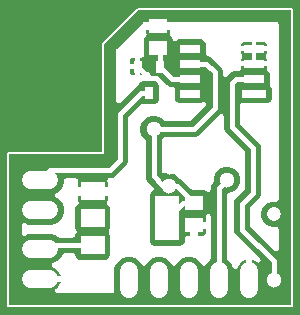
<source format=gbr>
G04 EAGLE Gerber RS-274X export*
G75*
%MOMM*%
%FSLAX34Y34*%
%LPD*%
%INBottom Copper*%
%IPNEG*%
%AMOC8*
5,1,8,0,0,1.08239X$1,22.5*%
G01*
%ADD10C,0.200000*%
%ADD11C,1.524000*%
%ADD12R,2.100000X0.635000*%
%ADD13R,1.700000X0.635000*%
%ADD14R,0.800000X1.000000*%
%ADD15R,1.500000X1.300000*%
%ADD16R,2.000000X1.500000*%
%ADD17R,2.000000X3.800000*%
%ADD18C,1.300000*%
%ADD19C,0.406400*%
%ADD20C,1.206400*%

G36*
X-198718Y11177D02*
X-198718Y11177D01*
X-198886Y11189D01*
X-198918Y11197D01*
X-198951Y11201D01*
X-199112Y11250D01*
X-199274Y11294D01*
X-199304Y11309D01*
X-199336Y11319D01*
X-199484Y11399D01*
X-199634Y11474D01*
X-199661Y11495D01*
X-199690Y11511D01*
X-199819Y11618D01*
X-199952Y11722D01*
X-199974Y11747D01*
X-199999Y11768D01*
X-200105Y11899D01*
X-200214Y12027D01*
X-200231Y12056D01*
X-200251Y12082D01*
X-200329Y12231D01*
X-200411Y12378D01*
X-200422Y12410D01*
X-200437Y12439D01*
X-200484Y12601D01*
X-200535Y12761D01*
X-200539Y12794D01*
X-200548Y12826D01*
X-200562Y12994D01*
X-200581Y13161D01*
X-200579Y13194D01*
X-200581Y13228D01*
X-200562Y13395D01*
X-200548Y13562D01*
X-200538Y13594D01*
X-200534Y13627D01*
X-200482Y13788D01*
X-200435Y13949D01*
X-200420Y13978D01*
X-200410Y14010D01*
X-200327Y14157D01*
X-200249Y14306D01*
X-200228Y14332D01*
X-200212Y14361D01*
X-200102Y14488D01*
X-199996Y14619D01*
X-199968Y14643D01*
X-199948Y14665D01*
X-199880Y14719D01*
X-199744Y14835D01*
X-198761Y15550D01*
X-197630Y16681D01*
X-196690Y17975D01*
X-195964Y19400D01*
X-195521Y20761D01*
X-212492Y20761D01*
X-212510Y20762D01*
X-212527Y20761D01*
X-212710Y20782D01*
X-212892Y20801D01*
X-212909Y20806D01*
X-212927Y20808D01*
X-213102Y20865D01*
X-213277Y20919D01*
X-213293Y20927D01*
X-213310Y20933D01*
X-213470Y21023D01*
X-213631Y21110D01*
X-213645Y21122D01*
X-213661Y21131D01*
X-213800Y21251D01*
X-213941Y21368D01*
X-213952Y21382D01*
X-213965Y21394D01*
X-214078Y21539D01*
X-214193Y21682D01*
X-214201Y21698D01*
X-214212Y21712D01*
X-214294Y21877D01*
X-214378Y22039D01*
X-214383Y22056D01*
X-214391Y22072D01*
X-214439Y22251D01*
X-214490Y22426D01*
X-214491Y22444D01*
X-214496Y22461D01*
X-214523Y22792D01*
X-214523Y23808D01*
X-214521Y23826D01*
X-214523Y23844D01*
X-214501Y24026D01*
X-214483Y24209D01*
X-214478Y24226D01*
X-214476Y24243D01*
X-214419Y24418D01*
X-214365Y24594D01*
X-214357Y24609D01*
X-214351Y24626D01*
X-214261Y24786D01*
X-214173Y24948D01*
X-214162Y24961D01*
X-214153Y24977D01*
X-214033Y25116D01*
X-213915Y25257D01*
X-213902Y25268D01*
X-213890Y25282D01*
X-213745Y25394D01*
X-213602Y25509D01*
X-213586Y25517D01*
X-213572Y25528D01*
X-213407Y25610D01*
X-213244Y25695D01*
X-213227Y25700D01*
X-213211Y25708D01*
X-213033Y25755D01*
X-212858Y25806D01*
X-212840Y25808D01*
X-212823Y25812D01*
X-212492Y25839D01*
X-195521Y25839D01*
X-195964Y27200D01*
X-196690Y28625D01*
X-197630Y29919D01*
X-198761Y31050D01*
X-200055Y31990D01*
X-201480Y32716D01*
X-202011Y32889D01*
X-202093Y32925D01*
X-202177Y32951D01*
X-202276Y33005D01*
X-202380Y33051D01*
X-202453Y33102D01*
X-202531Y33144D01*
X-202617Y33217D01*
X-202709Y33282D01*
X-202771Y33346D01*
X-202839Y33404D01*
X-202909Y33492D01*
X-202987Y33574D01*
X-203034Y33649D01*
X-203090Y33718D01*
X-203141Y33819D01*
X-203201Y33915D01*
X-203233Y33998D01*
X-203274Y34077D01*
X-203304Y34185D01*
X-203344Y34291D01*
X-203359Y34379D01*
X-203383Y34464D01*
X-203392Y34576D01*
X-203411Y34688D01*
X-203408Y34777D01*
X-203414Y34865D01*
X-203401Y34977D01*
X-203397Y35090D01*
X-203376Y35177D01*
X-203366Y35265D01*
X-203330Y35372D01*
X-203304Y35482D01*
X-203267Y35563D01*
X-203239Y35647D01*
X-203183Y35745D01*
X-203136Y35848D01*
X-203084Y35920D01*
X-203040Y35997D01*
X-202966Y36082D01*
X-202899Y36173D01*
X-202834Y36234D01*
X-202775Y36301D01*
X-202686Y36369D01*
X-202602Y36446D01*
X-202526Y36492D01*
X-202456Y36546D01*
X-202331Y36610D01*
X-202258Y36654D01*
X-202215Y36670D01*
X-202161Y36698D01*
X-198401Y38255D01*
X-194935Y41721D01*
X-194193Y43513D01*
X-194182Y43533D01*
X-194175Y43554D01*
X-194087Y43711D01*
X-194002Y43868D01*
X-193988Y43885D01*
X-193977Y43905D01*
X-193860Y44041D01*
X-193746Y44179D01*
X-193729Y44193D01*
X-193714Y44210D01*
X-193573Y44319D01*
X-193433Y44432D01*
X-193414Y44443D01*
X-193396Y44456D01*
X-193236Y44536D01*
X-193077Y44619D01*
X-193055Y44626D01*
X-193035Y44636D01*
X-192862Y44682D01*
X-192690Y44732D01*
X-192668Y44734D01*
X-192647Y44740D01*
X-192316Y44767D01*
X-185232Y44767D01*
X-185214Y44765D01*
X-185196Y44767D01*
X-185014Y44746D01*
X-184831Y44727D01*
X-184814Y44722D01*
X-184797Y44720D01*
X-184622Y44663D01*
X-184446Y44609D01*
X-184431Y44601D01*
X-184414Y44595D01*
X-184254Y44505D01*
X-184092Y44417D01*
X-184079Y44406D01*
X-184063Y44397D01*
X-183924Y44277D01*
X-183783Y44160D01*
X-183772Y44146D01*
X-183758Y44134D01*
X-183646Y43989D01*
X-183531Y43846D01*
X-183523Y43830D01*
X-183512Y43816D01*
X-183430Y43651D01*
X-183345Y43489D01*
X-183340Y43472D01*
X-183332Y43456D01*
X-183285Y43277D01*
X-183275Y43244D01*
X-182485Y41337D01*
X-181163Y40015D01*
X-179775Y39440D01*
X-179435Y39299D01*
X-157565Y39299D01*
X-155837Y40015D01*
X-154515Y41337D01*
X-153799Y43065D01*
X-153799Y59935D01*
X-154532Y61705D01*
X-154555Y61734D01*
X-154671Y61875D01*
X-154679Y61891D01*
X-154690Y61905D01*
X-154774Y62070D01*
X-154860Y62231D01*
X-154865Y62248D01*
X-154873Y62264D01*
X-154922Y62442D01*
X-154974Y62617D01*
X-154976Y62635D01*
X-154981Y62652D01*
X-154994Y62834D01*
X-155011Y63018D01*
X-155009Y63036D01*
X-155010Y63054D01*
X-154987Y63233D01*
X-154967Y63418D01*
X-154962Y63435D01*
X-154960Y63453D01*
X-154901Y63626D01*
X-154846Y63802D01*
X-154837Y63818D01*
X-154831Y63835D01*
X-154739Y63994D01*
X-154651Y64154D01*
X-154639Y64168D01*
X-154630Y64183D01*
X-154529Y64303D01*
X-153799Y66065D01*
X-153799Y82935D01*
X-154515Y84663D01*
X-156033Y86181D01*
X-156131Y86301D01*
X-156235Y86416D01*
X-156258Y86456D01*
X-156288Y86492D01*
X-156360Y86629D01*
X-156439Y86763D01*
X-156455Y86807D01*
X-156477Y86848D01*
X-156521Y86996D01*
X-156572Y87143D01*
X-156578Y87189D01*
X-156591Y87234D01*
X-156605Y87389D01*
X-156626Y87542D01*
X-156624Y87588D01*
X-156628Y87635D01*
X-156611Y87789D01*
X-156601Y87944D01*
X-156589Y87989D01*
X-156584Y88035D01*
X-156538Y88183D01*
X-156498Y88333D01*
X-156475Y88380D01*
X-156463Y88419D01*
X-156421Y88495D01*
X-156356Y88633D01*
X-156132Y89019D01*
X-155959Y89665D01*
X-155959Y93751D01*
X-166782Y93751D01*
X-166800Y93752D01*
X-166817Y93751D01*
X-167000Y93772D01*
X-167182Y93791D01*
X-167199Y93796D01*
X-167217Y93798D01*
X-167392Y93855D01*
X-167567Y93909D01*
X-167583Y93917D01*
X-167600Y93923D01*
X-167760Y94013D01*
X-167921Y94100D01*
X-167935Y94112D01*
X-167951Y94121D01*
X-168090Y94241D01*
X-168231Y94358D01*
X-168242Y94372D01*
X-168255Y94384D01*
X-168368Y94529D01*
X-168483Y94672D01*
X-168491Y94688D01*
X-168502Y94702D01*
X-168503Y94704D01*
X-168537Y94642D01*
X-168548Y94629D01*
X-168557Y94613D01*
X-168677Y94474D01*
X-168795Y94333D01*
X-168808Y94322D01*
X-168820Y94308D01*
X-168965Y94196D01*
X-169108Y94081D01*
X-169124Y94073D01*
X-169138Y94062D01*
X-169303Y93980D01*
X-169466Y93895D01*
X-169483Y93890D01*
X-169499Y93882D01*
X-169677Y93834D01*
X-169852Y93784D01*
X-169870Y93782D01*
X-169887Y93778D01*
X-170218Y93751D01*
X-181041Y93751D01*
X-181041Y89665D01*
X-180868Y89019D01*
X-180644Y88633D01*
X-180581Y88491D01*
X-180510Y88353D01*
X-180498Y88308D01*
X-180479Y88266D01*
X-180444Y88115D01*
X-180402Y87965D01*
X-180399Y87919D01*
X-180388Y87873D01*
X-180384Y87718D01*
X-180373Y87564D01*
X-180379Y87517D01*
X-180377Y87471D01*
X-180404Y87318D01*
X-180423Y87164D01*
X-180438Y87120D01*
X-180446Y87074D01*
X-180502Y86929D01*
X-180552Y86783D01*
X-180575Y86742D01*
X-180592Y86699D01*
X-180675Y86568D01*
X-180752Y86434D01*
X-180786Y86394D01*
X-180808Y86359D01*
X-180868Y86297D01*
X-180967Y86181D01*
X-182485Y84663D01*
X-183201Y82935D01*
X-183201Y66065D01*
X-182468Y64295D01*
X-182445Y64267D01*
X-182329Y64125D01*
X-182321Y64109D01*
X-182310Y64095D01*
X-182226Y63931D01*
X-182141Y63769D01*
X-182135Y63752D01*
X-182127Y63736D01*
X-182078Y63559D01*
X-182026Y63383D01*
X-182024Y63366D01*
X-182019Y63348D01*
X-182006Y63165D01*
X-181989Y62982D01*
X-181991Y62965D01*
X-181990Y62947D01*
X-182013Y62765D01*
X-182033Y62582D01*
X-182038Y62565D01*
X-182040Y62547D01*
X-182099Y62374D01*
X-182154Y62198D01*
X-182163Y62183D01*
X-182169Y62166D01*
X-182260Y62006D01*
X-182349Y61846D01*
X-182360Y61832D01*
X-182369Y61817D01*
X-182471Y61697D01*
X-183259Y59793D01*
X-183305Y59654D01*
X-183359Y59478D01*
X-183367Y59463D01*
X-183373Y59446D01*
X-183463Y59286D01*
X-183551Y59124D01*
X-183562Y59111D01*
X-183571Y59095D01*
X-183691Y58956D01*
X-183808Y58815D01*
X-183822Y58804D01*
X-183834Y58790D01*
X-183979Y58678D01*
X-184122Y58563D01*
X-184138Y58555D01*
X-184152Y58544D01*
X-184317Y58462D01*
X-184479Y58377D01*
X-184496Y58372D01*
X-184512Y58364D01*
X-184691Y58317D01*
X-184866Y58266D01*
X-184884Y58264D01*
X-184901Y58260D01*
X-185232Y58233D01*
X-196647Y58233D01*
X-196674Y58235D01*
X-196701Y58233D01*
X-196874Y58255D01*
X-197048Y58273D01*
X-197073Y58280D01*
X-197100Y58284D01*
X-197266Y58339D01*
X-197433Y58391D01*
X-197456Y58404D01*
X-197482Y58412D01*
X-197633Y58499D01*
X-197787Y58583D01*
X-197807Y58600D01*
X-197831Y58613D01*
X-198084Y58828D01*
X-198401Y59145D01*
X-200631Y60069D01*
X-202929Y61021D01*
X-223071Y61021D01*
X-226031Y59795D01*
X-226044Y59791D01*
X-226055Y59785D01*
X-226235Y59733D01*
X-226416Y59678D01*
X-226429Y59677D01*
X-226442Y59673D01*
X-226630Y59658D01*
X-226817Y59640D01*
X-226830Y59641D01*
X-226844Y59640D01*
X-227030Y59662D01*
X-227217Y59682D01*
X-227230Y59686D01*
X-227243Y59687D01*
X-227422Y59745D01*
X-227602Y59802D01*
X-227613Y59808D01*
X-227626Y59812D01*
X-227790Y59904D01*
X-227955Y59995D01*
X-227965Y60003D01*
X-227977Y60010D01*
X-228119Y60132D01*
X-228263Y60254D01*
X-228271Y60264D01*
X-228282Y60273D01*
X-228396Y60421D01*
X-228514Y60569D01*
X-228520Y60581D01*
X-228528Y60591D01*
X-228612Y60760D01*
X-228698Y60927D01*
X-228702Y60940D01*
X-228708Y60952D01*
X-228757Y61134D01*
X-228808Y61314D01*
X-228809Y61328D01*
X-228812Y61341D01*
X-228839Y61671D01*
X-228839Y68329D01*
X-228838Y68342D01*
X-228839Y68355D01*
X-228818Y68542D01*
X-228799Y68729D01*
X-228795Y68742D01*
X-228794Y68755D01*
X-228736Y68935D01*
X-228681Y69114D01*
X-228675Y69126D01*
X-228671Y69139D01*
X-228579Y69303D01*
X-228489Y69468D01*
X-228481Y69479D01*
X-228474Y69490D01*
X-228352Y69633D01*
X-228232Y69778D01*
X-228221Y69786D01*
X-228213Y69796D01*
X-228064Y69912D01*
X-227918Y70030D01*
X-227906Y70036D01*
X-227896Y70044D01*
X-227726Y70129D01*
X-227561Y70215D01*
X-227548Y70219D01*
X-227536Y70225D01*
X-227353Y70275D01*
X-227174Y70327D01*
X-227160Y70328D01*
X-227147Y70331D01*
X-226959Y70344D01*
X-226772Y70360D01*
X-226759Y70358D01*
X-226746Y70359D01*
X-226558Y70334D01*
X-226373Y70313D01*
X-226360Y70309D01*
X-226347Y70307D01*
X-226031Y70205D01*
X-223071Y68979D01*
X-202929Y68979D01*
X-198401Y70855D01*
X-194935Y74321D01*
X-193059Y78849D01*
X-193059Y83751D01*
X-194935Y88279D01*
X-198401Y91745D01*
X-199314Y92123D01*
X-199322Y92128D01*
X-199331Y92130D01*
X-199499Y92222D01*
X-199669Y92314D01*
X-199676Y92319D01*
X-199684Y92324D01*
X-199831Y92447D01*
X-199980Y92570D01*
X-199985Y92577D01*
X-199992Y92583D01*
X-200111Y92732D01*
X-200233Y92883D01*
X-200238Y92891D01*
X-200243Y92897D01*
X-200330Y93068D01*
X-200420Y93239D01*
X-200423Y93248D01*
X-200427Y93256D01*
X-200479Y93438D01*
X-200533Y93625D01*
X-200534Y93635D01*
X-200537Y93643D01*
X-200551Y93834D01*
X-200568Y94027D01*
X-200567Y94036D01*
X-200568Y94044D01*
X-200545Y94234D01*
X-200523Y94427D01*
X-200520Y94435D01*
X-200519Y94444D01*
X-200459Y94627D01*
X-200400Y94810D01*
X-200395Y94818D01*
X-200393Y94826D01*
X-200297Y94994D01*
X-200203Y95161D01*
X-200198Y95168D01*
X-200193Y95176D01*
X-200067Y95321D01*
X-199942Y95467D01*
X-199935Y95473D01*
X-199929Y95480D01*
X-199776Y95597D01*
X-199625Y95716D01*
X-199617Y95720D01*
X-199609Y95725D01*
X-199314Y95877D01*
X-198401Y96255D01*
X-194935Y99721D01*
X-193059Y104249D01*
X-193059Y106236D01*
X-193057Y106254D01*
X-193059Y106272D01*
X-193038Y106454D01*
X-193019Y106637D01*
X-193014Y106654D01*
X-193012Y106671D01*
X-192955Y106846D01*
X-192901Y107022D01*
X-192893Y107037D01*
X-192887Y107054D01*
X-192797Y107214D01*
X-192709Y107376D01*
X-192698Y107389D01*
X-192689Y107405D01*
X-192569Y107544D01*
X-192452Y107685D01*
X-192438Y107696D01*
X-192426Y107710D01*
X-192281Y107822D01*
X-192138Y107937D01*
X-192122Y107945D01*
X-192108Y107956D01*
X-191943Y108038D01*
X-191781Y108123D01*
X-191764Y108128D01*
X-191748Y108136D01*
X-191569Y108183D01*
X-191394Y108234D01*
X-191376Y108236D01*
X-191359Y108240D01*
X-191028Y108267D01*
X-182902Y108267D01*
X-182820Y108259D01*
X-182738Y108261D01*
X-182621Y108239D01*
X-182501Y108227D01*
X-182423Y108203D01*
X-182342Y108189D01*
X-182231Y108144D01*
X-182117Y108109D01*
X-182044Y108070D01*
X-181968Y108040D01*
X-181868Y107974D01*
X-181763Y107917D01*
X-181699Y107865D01*
X-181631Y107820D01*
X-181545Y107736D01*
X-181453Y107660D01*
X-181402Y107596D01*
X-181343Y107538D01*
X-181276Y107439D01*
X-181201Y107346D01*
X-181163Y107273D01*
X-181117Y107205D01*
X-181071Y107095D01*
X-181015Y106989D01*
X-180993Y106910D01*
X-180961Y106834D01*
X-180937Y106717D01*
X-180904Y106602D01*
X-180897Y106520D01*
X-180881Y106439D01*
X-180881Y106320D01*
X-180871Y106200D01*
X-180881Y106119D01*
X-180881Y106037D01*
X-180908Y105887D01*
X-180918Y105801D01*
X-180931Y105762D01*
X-180940Y105710D01*
X-181041Y105335D01*
X-181041Y101249D01*
X-170218Y101249D01*
X-170200Y101247D01*
X-170183Y101249D01*
X-170000Y101228D01*
X-169818Y101209D01*
X-169801Y101204D01*
X-169783Y101202D01*
X-169608Y101145D01*
X-169433Y101091D01*
X-169417Y101083D01*
X-169400Y101077D01*
X-169240Y100987D01*
X-169079Y100899D01*
X-169065Y100888D01*
X-169049Y100879D01*
X-168910Y100759D01*
X-168769Y100642D01*
X-168758Y100628D01*
X-168745Y100616D01*
X-168632Y100471D01*
X-168517Y100328D01*
X-168509Y100312D01*
X-168498Y100298D01*
X-168497Y100296D01*
X-168463Y100358D01*
X-168452Y100371D01*
X-168443Y100387D01*
X-168323Y100526D01*
X-168205Y100667D01*
X-168192Y100678D01*
X-168180Y100692D01*
X-168035Y100804D01*
X-167892Y100919D01*
X-167876Y100927D01*
X-167862Y100938D01*
X-167697Y101020D01*
X-167534Y101105D01*
X-167517Y101110D01*
X-167501Y101118D01*
X-167323Y101165D01*
X-167148Y101216D01*
X-167130Y101218D01*
X-167113Y101222D01*
X-166782Y101249D01*
X-155959Y101249D01*
X-155959Y105335D01*
X-156132Y105978D01*
X-156145Y106059D01*
X-156168Y106138D01*
X-156178Y106258D01*
X-156197Y106376D01*
X-156194Y106458D01*
X-156201Y106540D01*
X-156187Y106658D01*
X-156182Y106778D01*
X-156163Y106858D01*
X-156154Y106939D01*
X-156117Y107053D01*
X-156089Y107170D01*
X-156054Y107244D01*
X-156029Y107322D01*
X-155970Y107427D01*
X-155920Y107535D01*
X-155871Y107601D01*
X-155831Y107673D01*
X-155753Y107763D01*
X-155682Y107860D01*
X-155622Y107915D01*
X-155568Y107978D01*
X-155473Y108051D01*
X-155385Y108132D01*
X-155315Y108174D01*
X-155250Y108224D01*
X-155143Y108278D01*
X-155040Y108339D01*
X-154963Y108367D01*
X-154889Y108404D01*
X-154774Y108435D01*
X-154661Y108475D01*
X-154580Y108487D01*
X-154500Y108508D01*
X-154348Y108521D01*
X-154263Y108533D01*
X-154222Y108531D01*
X-154170Y108535D01*
X-152559Y108535D01*
X-150084Y109560D01*
X-139560Y120084D01*
X-138535Y122559D01*
X-138535Y159370D01*
X-138533Y159396D01*
X-138535Y159423D01*
X-138513Y159597D01*
X-138495Y159770D01*
X-138488Y159796D01*
X-138484Y159823D01*
X-138429Y159988D01*
X-138377Y160155D01*
X-138364Y160179D01*
X-138356Y160204D01*
X-138269Y160356D01*
X-138185Y160509D01*
X-138168Y160530D01*
X-138155Y160553D01*
X-137940Y160806D01*
X-127964Y170782D01*
X-127947Y170797D01*
X-127932Y170814D01*
X-127791Y170924D01*
X-127653Y171038D01*
X-127633Y171048D01*
X-127615Y171062D01*
X-127455Y171142D01*
X-127297Y171226D01*
X-127275Y171233D01*
X-127255Y171243D01*
X-127083Y171290D01*
X-126911Y171341D01*
X-126889Y171343D01*
X-126867Y171349D01*
X-126689Y171361D01*
X-126510Y171377D01*
X-126488Y171375D01*
X-126465Y171376D01*
X-126289Y171353D01*
X-126110Y171334D01*
X-126088Y171327D01*
X-126066Y171324D01*
X-125988Y171299D01*
X-116065Y171299D01*
X-114337Y172015D01*
X-113015Y173337D01*
X-112299Y175065D01*
X-112299Y186935D01*
X-113015Y188663D01*
X-114184Y189832D01*
X-114189Y189839D01*
X-114196Y189844D01*
X-114318Y189995D01*
X-114439Y190143D01*
X-114443Y190151D01*
X-114449Y190158D01*
X-114537Y190328D01*
X-114628Y190499D01*
X-114630Y190508D01*
X-114634Y190515D01*
X-114687Y190700D01*
X-114742Y190885D01*
X-114743Y190894D01*
X-114746Y190902D01*
X-114761Y191093D01*
X-114779Y191286D01*
X-114778Y191295D01*
X-114779Y191304D01*
X-114756Y191493D01*
X-114735Y191686D01*
X-114733Y191695D01*
X-114732Y191703D01*
X-114672Y191885D01*
X-114614Y192070D01*
X-114610Y192078D01*
X-114607Y192086D01*
X-114513Y192253D01*
X-114419Y192422D01*
X-114413Y192429D01*
X-114409Y192437D01*
X-114284Y192582D01*
X-114159Y192729D01*
X-114152Y192735D01*
X-114146Y192742D01*
X-113995Y192858D01*
X-113843Y192979D01*
X-113835Y192983D01*
X-113828Y192988D01*
X-113657Y193073D01*
X-113484Y193161D01*
X-113475Y193164D01*
X-113467Y193168D01*
X-113282Y193217D01*
X-113096Y193269D01*
X-113087Y193270D01*
X-113078Y193272D01*
X-112748Y193299D01*
X-112662Y193299D01*
X-112636Y193297D01*
X-112609Y193299D01*
X-112435Y193277D01*
X-112262Y193259D01*
X-112236Y193252D01*
X-112209Y193248D01*
X-112044Y193193D01*
X-111877Y193141D01*
X-111853Y193128D01*
X-111828Y193120D01*
X-111676Y193033D01*
X-111523Y192949D01*
X-111502Y192932D01*
X-111479Y192919D01*
X-111226Y192704D01*
X-105514Y186992D01*
X-103039Y185967D01*
X-101232Y185967D01*
X-101214Y185965D01*
X-101196Y185967D01*
X-101014Y185946D01*
X-100831Y185927D01*
X-100814Y185922D01*
X-100797Y185920D01*
X-100622Y185863D01*
X-100446Y185809D01*
X-100431Y185801D01*
X-100414Y185795D01*
X-100254Y185705D01*
X-100092Y185617D01*
X-100079Y185606D01*
X-100063Y185597D01*
X-99924Y185477D01*
X-99783Y185360D01*
X-99772Y185346D01*
X-99758Y185334D01*
X-99646Y185189D01*
X-99531Y185046D01*
X-99523Y185030D01*
X-99512Y185016D01*
X-99430Y184851D01*
X-99345Y184689D01*
X-99340Y184672D01*
X-99332Y184656D01*
X-99285Y184477D01*
X-99234Y184302D01*
X-99232Y184284D01*
X-99228Y184267D01*
X-99201Y183936D01*
X-99201Y175890D01*
X-98485Y174162D01*
X-97163Y172840D01*
X-95435Y172124D01*
X-76565Y172124D01*
X-75470Y172578D01*
X-75466Y172579D01*
X-75462Y172581D01*
X-75275Y172637D01*
X-75085Y172694D01*
X-75081Y172695D01*
X-75076Y172696D01*
X-74878Y172714D01*
X-74684Y172732D01*
X-74680Y172732D01*
X-74675Y172732D01*
X-74473Y172710D01*
X-74284Y172691D01*
X-74280Y172689D01*
X-74275Y172689D01*
X-74085Y172629D01*
X-73899Y172571D01*
X-73895Y172569D01*
X-73891Y172567D01*
X-73719Y172472D01*
X-73546Y172377D01*
X-73543Y172375D01*
X-73539Y172372D01*
X-73389Y172245D01*
X-73238Y172118D01*
X-73235Y172115D01*
X-73232Y172112D01*
X-73109Y171956D01*
X-72987Y171804D01*
X-72985Y171800D01*
X-72982Y171796D01*
X-72892Y171619D01*
X-72803Y171445D01*
X-72802Y171441D01*
X-72800Y171437D01*
X-72746Y171243D01*
X-72693Y171058D01*
X-72693Y171054D01*
X-72692Y171049D01*
X-72677Y170846D01*
X-72662Y170657D01*
X-72663Y170652D01*
X-72663Y170648D01*
X-72688Y170444D01*
X-72711Y170257D01*
X-72712Y170253D01*
X-72713Y170248D01*
X-72776Y170060D01*
X-72837Y169875D01*
X-72840Y169871D01*
X-72841Y169867D01*
X-72939Y169696D01*
X-73037Y169525D01*
X-73040Y169522D01*
X-73042Y169518D01*
X-73257Y169265D01*
X-85194Y157328D01*
X-85215Y157311D01*
X-85232Y157290D01*
X-85370Y157183D01*
X-85505Y157073D01*
X-85529Y157060D01*
X-85550Y157044D01*
X-85707Y156966D01*
X-85861Y156884D01*
X-85887Y156876D01*
X-85911Y156864D01*
X-86080Y156819D01*
X-86247Y156769D01*
X-86274Y156767D01*
X-86299Y156760D01*
X-86630Y156733D01*
X-107051Y156733D01*
X-107078Y156735D01*
X-107104Y156733D01*
X-107279Y156755D01*
X-107452Y156773D01*
X-107477Y156780D01*
X-107504Y156784D01*
X-107670Y156840D01*
X-107837Y156891D01*
X-107860Y156904D01*
X-107886Y156912D01*
X-108037Y156999D01*
X-108191Y157083D01*
X-108211Y157100D01*
X-108234Y157113D01*
X-108487Y157328D01*
X-110655Y159496D01*
X-110907Y159600D01*
X-110908Y159600D01*
X-114772Y161201D01*
X-119228Y161201D01*
X-123345Y159496D01*
X-126496Y156345D01*
X-128201Y152228D01*
X-128201Y147772D01*
X-126496Y143655D01*
X-124328Y141487D01*
X-124311Y141467D01*
X-124290Y141449D01*
X-124183Y141311D01*
X-124073Y141176D01*
X-124060Y141152D01*
X-124044Y141131D01*
X-123966Y140974D01*
X-123884Y140820D01*
X-123876Y140795D01*
X-123864Y140771D01*
X-123819Y140601D01*
X-123769Y140434D01*
X-123767Y140408D01*
X-123760Y140382D01*
X-123733Y140051D01*
X-123733Y108661D01*
X-122708Y106186D01*
X-117373Y100852D01*
X-117365Y100842D01*
X-117355Y100833D01*
X-117238Y100686D01*
X-117118Y100540D01*
X-117112Y100529D01*
X-117104Y100518D01*
X-117018Y100350D01*
X-116930Y100185D01*
X-116926Y100172D01*
X-116920Y100160D01*
X-116868Y99978D01*
X-116815Y99799D01*
X-116814Y99786D01*
X-116810Y99773D01*
X-116796Y99586D01*
X-116779Y99398D01*
X-116780Y99384D01*
X-116779Y99371D01*
X-116802Y99186D01*
X-116822Y98998D01*
X-116826Y98985D01*
X-116828Y98972D01*
X-116887Y98794D01*
X-116944Y98614D01*
X-116950Y98602D01*
X-116954Y98589D01*
X-117048Y98425D01*
X-117138Y98261D01*
X-117147Y98251D01*
X-117154Y98240D01*
X-117277Y98098D01*
X-117399Y97954D01*
X-117409Y97946D01*
X-117418Y97936D01*
X-117567Y97822D01*
X-117715Y97705D01*
X-117727Y97699D01*
X-117737Y97691D01*
X-118033Y97539D01*
X-118163Y97485D01*
X-119485Y96163D01*
X-120201Y94435D01*
X-120201Y54565D01*
X-119485Y52837D01*
X-118163Y51515D01*
X-116435Y50799D01*
X-94565Y50799D01*
X-92837Y51515D01*
X-91515Y52837D01*
X-90799Y54565D01*
X-90799Y57428D01*
X-90797Y57446D01*
X-90799Y57464D01*
X-90778Y57646D01*
X-90759Y57829D01*
X-90754Y57846D01*
X-90752Y57863D01*
X-90695Y58038D01*
X-90641Y58214D01*
X-90633Y58229D01*
X-90627Y58246D01*
X-90537Y58406D01*
X-90449Y58568D01*
X-90438Y58581D01*
X-90429Y58597D01*
X-90309Y58736D01*
X-90192Y58877D01*
X-90178Y58888D01*
X-90166Y58902D01*
X-90021Y59014D01*
X-89878Y59129D01*
X-89862Y59137D01*
X-89848Y59148D01*
X-89683Y59230D01*
X-89521Y59315D01*
X-89504Y59320D01*
X-89488Y59328D01*
X-89309Y59375D01*
X-89134Y59426D01*
X-89116Y59428D01*
X-89099Y59432D01*
X-88768Y59459D01*
X-86249Y59459D01*
X-86249Y67282D01*
X-86247Y67300D01*
X-86249Y67317D01*
X-86228Y67500D01*
X-86209Y67682D01*
X-86204Y67699D01*
X-86202Y67717D01*
X-86145Y67892D01*
X-86091Y68067D01*
X-86083Y68083D01*
X-86077Y68100D01*
X-85987Y68260D01*
X-85899Y68421D01*
X-85888Y68435D01*
X-85879Y68451D01*
X-85759Y68590D01*
X-85642Y68731D01*
X-85628Y68742D01*
X-85616Y68755D01*
X-85471Y68868D01*
X-85328Y68983D01*
X-85312Y68991D01*
X-85298Y69002D01*
X-85133Y69084D01*
X-84971Y69168D01*
X-84954Y69173D01*
X-84938Y69181D01*
X-84759Y69229D01*
X-84584Y69280D01*
X-84566Y69281D01*
X-84549Y69286D01*
X-84218Y69313D01*
X-83813Y69313D01*
X-83813Y69718D01*
X-83811Y69736D01*
X-83813Y69754D01*
X-83791Y69936D01*
X-83773Y70119D01*
X-83768Y70136D01*
X-83766Y70153D01*
X-83709Y70328D01*
X-83655Y70504D01*
X-83647Y70519D01*
X-83641Y70536D01*
X-83551Y70696D01*
X-83463Y70858D01*
X-83452Y70871D01*
X-83443Y70887D01*
X-83323Y71026D01*
X-83205Y71167D01*
X-83192Y71178D01*
X-83180Y71192D01*
X-83035Y71304D01*
X-82892Y71419D01*
X-82876Y71427D01*
X-82862Y71438D01*
X-82697Y71520D01*
X-82534Y71605D01*
X-82517Y71610D01*
X-82501Y71618D01*
X-82323Y71665D01*
X-82148Y71716D01*
X-82130Y71718D01*
X-82113Y71722D01*
X-81782Y71749D01*
X-72959Y71749D01*
X-72959Y75335D01*
X-72985Y75431D01*
X-73000Y75520D01*
X-73024Y75608D01*
X-73032Y75719D01*
X-73050Y75828D01*
X-73047Y75919D01*
X-73054Y76010D01*
X-73040Y76120D01*
X-73036Y76230D01*
X-73015Y76319D01*
X-73003Y76409D01*
X-72968Y76514D01*
X-72942Y76622D01*
X-72904Y76705D01*
X-72875Y76791D01*
X-72820Y76887D01*
X-72773Y76987D01*
X-72719Y77061D01*
X-72674Y77140D01*
X-72585Y77245D01*
X-72536Y77312D01*
X-72500Y77345D01*
X-72459Y77393D01*
X-72200Y77652D01*
X-72193Y77658D01*
X-72188Y77664D01*
X-72038Y77785D01*
X-71889Y77907D01*
X-71881Y77911D01*
X-71874Y77917D01*
X-71703Y78006D01*
X-71533Y78096D01*
X-71525Y78098D01*
X-71517Y78102D01*
X-71331Y78156D01*
X-71147Y78210D01*
X-71138Y78211D01*
X-71130Y78214D01*
X-70938Y78229D01*
X-70746Y78247D01*
X-70737Y78246D01*
X-70728Y78247D01*
X-70539Y78224D01*
X-70346Y78203D01*
X-70337Y78201D01*
X-70329Y78200D01*
X-70147Y78140D01*
X-69962Y78082D01*
X-69954Y78078D01*
X-69946Y78075D01*
X-69777Y77980D01*
X-69610Y77887D01*
X-69603Y77881D01*
X-69595Y77877D01*
X-69449Y77751D01*
X-69303Y77627D01*
X-69297Y77620D01*
X-69290Y77614D01*
X-69172Y77461D01*
X-69053Y77311D01*
X-69049Y77303D01*
X-69044Y77296D01*
X-68958Y77123D01*
X-68871Y76952D01*
X-68868Y76943D01*
X-68864Y76935D01*
X-68814Y76749D01*
X-68763Y76564D01*
X-68762Y76555D01*
X-68760Y76546D01*
X-68733Y76216D01*
X-68733Y40753D01*
X-68735Y40726D01*
X-68733Y40699D01*
X-68755Y40526D01*
X-68773Y40352D01*
X-68780Y40327D01*
X-68784Y40300D01*
X-68839Y40134D01*
X-68891Y39967D01*
X-68904Y39944D01*
X-68912Y39918D01*
X-68999Y39767D01*
X-69083Y39613D01*
X-69100Y39593D01*
X-69113Y39569D01*
X-69328Y39316D01*
X-72045Y36599D01*
X-72423Y35686D01*
X-72428Y35678D01*
X-72430Y35669D01*
X-72524Y35498D01*
X-72614Y35331D01*
X-72619Y35324D01*
X-72624Y35316D01*
X-72748Y35168D01*
X-72870Y35020D01*
X-72877Y35015D01*
X-72883Y35008D01*
X-73033Y34888D01*
X-73183Y34767D01*
X-73191Y34763D01*
X-73198Y34757D01*
X-73370Y34669D01*
X-73539Y34580D01*
X-73548Y34577D01*
X-73556Y34573D01*
X-73742Y34520D01*
X-73926Y34467D01*
X-73934Y34466D01*
X-73943Y34463D01*
X-74136Y34448D01*
X-74327Y34432D01*
X-74336Y34433D01*
X-74344Y34432D01*
X-74536Y34456D01*
X-74727Y34477D01*
X-74735Y34480D01*
X-74744Y34481D01*
X-74927Y34542D01*
X-75110Y34600D01*
X-75118Y34605D01*
X-75126Y34607D01*
X-75293Y34702D01*
X-75462Y34797D01*
X-75468Y34802D01*
X-75476Y34807D01*
X-75621Y34933D01*
X-75767Y35058D01*
X-75773Y35065D01*
X-75780Y35071D01*
X-75897Y35224D01*
X-76016Y35375D01*
X-76020Y35383D01*
X-76025Y35391D01*
X-76177Y35686D01*
X-76555Y36599D01*
X-80021Y40065D01*
X-84549Y41941D01*
X-89451Y41941D01*
X-93979Y40065D01*
X-97445Y36599D01*
X-97823Y35686D01*
X-97828Y35678D01*
X-97830Y35669D01*
X-97924Y35498D01*
X-98014Y35331D01*
X-98019Y35324D01*
X-98024Y35316D01*
X-98148Y35168D01*
X-98270Y35020D01*
X-98277Y35015D01*
X-98283Y35008D01*
X-98433Y34888D01*
X-98583Y34767D01*
X-98591Y34763D01*
X-98598Y34757D01*
X-98770Y34669D01*
X-98939Y34580D01*
X-98948Y34577D01*
X-98956Y34573D01*
X-99142Y34520D01*
X-99326Y34467D01*
X-99334Y34466D01*
X-99343Y34463D01*
X-99536Y34448D01*
X-99727Y34432D01*
X-99736Y34433D01*
X-99744Y34432D01*
X-99936Y34456D01*
X-100127Y34477D01*
X-100135Y34480D01*
X-100144Y34481D01*
X-100327Y34542D01*
X-100510Y34600D01*
X-100518Y34605D01*
X-100526Y34607D01*
X-100693Y34702D01*
X-100862Y34797D01*
X-100868Y34802D01*
X-100876Y34807D01*
X-101021Y34933D01*
X-101167Y35058D01*
X-101173Y35065D01*
X-101180Y35071D01*
X-101297Y35224D01*
X-101416Y35375D01*
X-101420Y35383D01*
X-101425Y35391D01*
X-101577Y35686D01*
X-101955Y36599D01*
X-105421Y40065D01*
X-109949Y41941D01*
X-114851Y41941D01*
X-119379Y40065D01*
X-122845Y36599D01*
X-123223Y35686D01*
X-123228Y35678D01*
X-123230Y35669D01*
X-123324Y35498D01*
X-123414Y35331D01*
X-123419Y35324D01*
X-123424Y35316D01*
X-123548Y35168D01*
X-123670Y35020D01*
X-123677Y35015D01*
X-123683Y35008D01*
X-123833Y34888D01*
X-123983Y34767D01*
X-123991Y34763D01*
X-123998Y34757D01*
X-124170Y34669D01*
X-124339Y34580D01*
X-124348Y34577D01*
X-124356Y34573D01*
X-124542Y34520D01*
X-124726Y34467D01*
X-124734Y34466D01*
X-124743Y34463D01*
X-124936Y34448D01*
X-125127Y34432D01*
X-125136Y34433D01*
X-125144Y34432D01*
X-125336Y34456D01*
X-125527Y34477D01*
X-125535Y34480D01*
X-125544Y34481D01*
X-125727Y34542D01*
X-125910Y34600D01*
X-125918Y34605D01*
X-125926Y34607D01*
X-126093Y34702D01*
X-126262Y34797D01*
X-126268Y34802D01*
X-126276Y34807D01*
X-126421Y34933D01*
X-126567Y35058D01*
X-126573Y35065D01*
X-126580Y35071D01*
X-126697Y35224D01*
X-126816Y35375D01*
X-126820Y35383D01*
X-126825Y35391D01*
X-126977Y35686D01*
X-127355Y36599D01*
X-130821Y40065D01*
X-135349Y41941D01*
X-140251Y41941D01*
X-144779Y40065D01*
X-148245Y36599D01*
X-150121Y32071D01*
X-150121Y13192D01*
X-150123Y13174D01*
X-150121Y13156D01*
X-150142Y12974D01*
X-150161Y12791D01*
X-150166Y12774D01*
X-150168Y12757D01*
X-150225Y12582D01*
X-150279Y12406D01*
X-150287Y12391D01*
X-150293Y12374D01*
X-150383Y12214D01*
X-150471Y12052D01*
X-150482Y12039D01*
X-150491Y12023D01*
X-150611Y11884D01*
X-150728Y11743D01*
X-150742Y11732D01*
X-150754Y11718D01*
X-150899Y11606D01*
X-151042Y11491D01*
X-151058Y11483D01*
X-151072Y11472D01*
X-151237Y11390D01*
X-151399Y11305D01*
X-151416Y11300D01*
X-151432Y11292D01*
X-151611Y11245D01*
X-151786Y11194D01*
X-151804Y11192D01*
X-151821Y11188D01*
X-152152Y11161D01*
X-198550Y11161D01*
X-198718Y11177D01*
G37*
G36*
X-13236Y46556D02*
X-13236Y46556D01*
X-13245Y46556D01*
X-13438Y46580D01*
X-13627Y46602D01*
X-13636Y46605D01*
X-13645Y46606D01*
X-13828Y46667D01*
X-14010Y46727D01*
X-14018Y46731D01*
X-14026Y46734D01*
X-14193Y46830D01*
X-14361Y46925D01*
X-14368Y46931D01*
X-14375Y46935D01*
X-14628Y47150D01*
X-34672Y67194D01*
X-34689Y67215D01*
X-34710Y67232D01*
X-34817Y67370D01*
X-34927Y67505D01*
X-34940Y67529D01*
X-34956Y67550D01*
X-35034Y67707D01*
X-35116Y67861D01*
X-35124Y67887D01*
X-35136Y67911D01*
X-35181Y68080D01*
X-35231Y68247D01*
X-35233Y68274D01*
X-35240Y68299D01*
X-35267Y68630D01*
X-35267Y83370D01*
X-35265Y83396D01*
X-35267Y83423D01*
X-35245Y83597D01*
X-35227Y83770D01*
X-35220Y83796D01*
X-35216Y83823D01*
X-35161Y83988D01*
X-35109Y84155D01*
X-35096Y84179D01*
X-35088Y84204D01*
X-35001Y84356D01*
X-34917Y84509D01*
X-34900Y84530D01*
X-34887Y84553D01*
X-34672Y84806D01*
X-27292Y92186D01*
X-26267Y94661D01*
X-26267Y135339D01*
X-27292Y137814D01*
X-43672Y154194D01*
X-43689Y154215D01*
X-43710Y154232D01*
X-43817Y154370D01*
X-43927Y154505D01*
X-43940Y154529D01*
X-43956Y154550D01*
X-44034Y154707D01*
X-44116Y154861D01*
X-44124Y154887D01*
X-44136Y154911D01*
X-44181Y155080D01*
X-44231Y155247D01*
X-44233Y155274D01*
X-44240Y155299D01*
X-44267Y155630D01*
X-44267Y170093D01*
X-44265Y170111D01*
X-44267Y170129D01*
X-44246Y170311D01*
X-44227Y170494D01*
X-44222Y170511D01*
X-44220Y170528D01*
X-44163Y170703D01*
X-44109Y170879D01*
X-44101Y170894D01*
X-44095Y170911D01*
X-44005Y171071D01*
X-43917Y171233D01*
X-43906Y171246D01*
X-43897Y171262D01*
X-43777Y171401D01*
X-43660Y171542D01*
X-43646Y171553D01*
X-43634Y171567D01*
X-43489Y171679D01*
X-43346Y171794D01*
X-43330Y171802D01*
X-43316Y171813D01*
X-43151Y171895D01*
X-42989Y171980D01*
X-42972Y171985D01*
X-42956Y171993D01*
X-42777Y172040D01*
X-42602Y172091D01*
X-42584Y172093D01*
X-42567Y172097D01*
X-42236Y172124D01*
X-20565Y172124D01*
X-18837Y172840D01*
X-17515Y174162D01*
X-16799Y175890D01*
X-16799Y184110D01*
X-17515Y185838D01*
X-18269Y186592D01*
X-18284Y186610D01*
X-18301Y186624D01*
X-18411Y186765D01*
X-18525Y186904D01*
X-18535Y186924D01*
X-18549Y186941D01*
X-18629Y187101D01*
X-18713Y187260D01*
X-18720Y187281D01*
X-18730Y187301D01*
X-18777Y187474D01*
X-18828Y187645D01*
X-18830Y187668D01*
X-18836Y187689D01*
X-18848Y187867D01*
X-18864Y188046D01*
X-18862Y188069D01*
X-18863Y188091D01*
X-18840Y188268D01*
X-18821Y188447D01*
X-18814Y188468D01*
X-18811Y188490D01*
X-18799Y188528D01*
X-18799Y196810D01*
X-19515Y198538D01*
X-20533Y199556D01*
X-20591Y199627D01*
X-20656Y199690D01*
X-20718Y199782D01*
X-20788Y199868D01*
X-20831Y199948D01*
X-20882Y200023D01*
X-20925Y200125D01*
X-20977Y200223D01*
X-21003Y200311D01*
X-21038Y200395D01*
X-21060Y200503D01*
X-21092Y200609D01*
X-21100Y200700D01*
X-21118Y200789D01*
X-21118Y200900D01*
X-21128Y201010D01*
X-21118Y201101D01*
X-21118Y201192D01*
X-21094Y201327D01*
X-21085Y201410D01*
X-21070Y201456D01*
X-21059Y201518D01*
X-20959Y201891D01*
X-20959Y203369D01*
X-32000Y203369D01*
X-43041Y203369D01*
X-43041Y201863D01*
X-43031Y201830D01*
X-43021Y201710D01*
X-43002Y201593D01*
X-43005Y201511D01*
X-42998Y201428D01*
X-43012Y201310D01*
X-43017Y201190D01*
X-43036Y201110D01*
X-43045Y201029D01*
X-43082Y200915D01*
X-43110Y200799D01*
X-43145Y200724D01*
X-43170Y200646D01*
X-43229Y200542D01*
X-43279Y200433D01*
X-43328Y200367D01*
X-43368Y200295D01*
X-43446Y200205D01*
X-43517Y200108D01*
X-43577Y200053D01*
X-43631Y199990D01*
X-43725Y199917D01*
X-43814Y199837D01*
X-43884Y199794D01*
X-43949Y199744D01*
X-44056Y199691D01*
X-44159Y199629D01*
X-44236Y199601D01*
X-44310Y199564D01*
X-44425Y199533D01*
X-44538Y199493D01*
X-44619Y199481D01*
X-44699Y199460D01*
X-44851Y199447D01*
X-44936Y199435D01*
X-44977Y199437D01*
X-45029Y199433D01*
X-48639Y199433D01*
X-51114Y198408D01*
X-54800Y194722D01*
X-54807Y194716D01*
X-54812Y194709D01*
X-54962Y194589D01*
X-55111Y194467D01*
X-55119Y194463D01*
X-55126Y194457D01*
X-55296Y194368D01*
X-55467Y194278D01*
X-55476Y194276D01*
X-55483Y194271D01*
X-55669Y194218D01*
X-55853Y194163D01*
X-55862Y194162D01*
X-55870Y194160D01*
X-56061Y194144D01*
X-56254Y194127D01*
X-56263Y194128D01*
X-56272Y194127D01*
X-56461Y194149D01*
X-56654Y194170D01*
X-56663Y194173D01*
X-56671Y194174D01*
X-56853Y194233D01*
X-57038Y194292D01*
X-57046Y194296D01*
X-57054Y194299D01*
X-57223Y194394D01*
X-57390Y194487D01*
X-57397Y194492D01*
X-57405Y194497D01*
X-57551Y194623D01*
X-57697Y194747D01*
X-57703Y194754D01*
X-57710Y194760D01*
X-57827Y194911D01*
X-57947Y195063D01*
X-57951Y195071D01*
X-57956Y195078D01*
X-58042Y195250D01*
X-58129Y195422D01*
X-58132Y195431D01*
X-58136Y195439D01*
X-58185Y195623D01*
X-58237Y195810D01*
X-58238Y195819D01*
X-58240Y195827D01*
X-58267Y196158D01*
X-58267Y199339D01*
X-59292Y201814D01*
X-68586Y211108D01*
X-71153Y212171D01*
X-71169Y212173D01*
X-71186Y212178D01*
X-71203Y212180D01*
X-71378Y212237D01*
X-71554Y212291D01*
X-71569Y212299D01*
X-71586Y212305D01*
X-71746Y212395D01*
X-71908Y212483D01*
X-71921Y212494D01*
X-71937Y212503D01*
X-72076Y212623D01*
X-72217Y212740D01*
X-72228Y212754D01*
X-72242Y212766D01*
X-72354Y212911D01*
X-72469Y213054D01*
X-72477Y213070D01*
X-72488Y213084D01*
X-72570Y213249D01*
X-72655Y213411D01*
X-72660Y213428D01*
X-72668Y213444D01*
X-72715Y213623D01*
X-72766Y213798D01*
X-72768Y213816D01*
X-72772Y213833D01*
X-72799Y214164D01*
X-72799Y222210D01*
X-73515Y223938D01*
X-74837Y225260D01*
X-76565Y225976D01*
X-95435Y225976D01*
X-97163Y225260D01*
X-97387Y225036D01*
X-97397Y225027D01*
X-97406Y225017D01*
X-97416Y225009D01*
X-97424Y225000D01*
X-97558Y224896D01*
X-97698Y224781D01*
X-97710Y224775D01*
X-97721Y224766D01*
X-97733Y224760D01*
X-97742Y224753D01*
X-97883Y224683D01*
X-97888Y224680D01*
X-98054Y224592D01*
X-98067Y224588D01*
X-98079Y224582D01*
X-98094Y224578D01*
X-98103Y224574D01*
X-98237Y224538D01*
X-98259Y224531D01*
X-98440Y224477D01*
X-98453Y224476D01*
X-98466Y224473D01*
X-98483Y224471D01*
X-98492Y224469D01*
X-98822Y224442D01*
X-98824Y224442D01*
X-98827Y224442D01*
X-98841Y224441D01*
X-98854Y224443D01*
X-98868Y224442D01*
X-99052Y224464D01*
X-99139Y224473D01*
X-99224Y224482D01*
X-99228Y224483D01*
X-99241Y224484D01*
X-99254Y224489D01*
X-99267Y224490D01*
X-99445Y224549D01*
X-99513Y224571D01*
X-99609Y224600D01*
X-99613Y224602D01*
X-99625Y224606D01*
X-99637Y224613D01*
X-99650Y224617D01*
X-99814Y224710D01*
X-99859Y224735D01*
X-99963Y224792D01*
X-99967Y224795D01*
X-99977Y224801D01*
X-99988Y224809D01*
X-99999Y224816D01*
X-100142Y224940D01*
X-100167Y224962D01*
X-100272Y225050D01*
X-100276Y225054D01*
X-100284Y225061D01*
X-100293Y225072D01*
X-100303Y225081D01*
X-100417Y225229D01*
X-100425Y225239D01*
X-100525Y225363D01*
X-100528Y225370D01*
X-100534Y225377D01*
X-100540Y225389D01*
X-100548Y225400D01*
X-100700Y225695D01*
X-101515Y227663D01*
X-102459Y228607D01*
X-102517Y228678D01*
X-102582Y228741D01*
X-102644Y228833D01*
X-102714Y228919D01*
X-102757Y228999D01*
X-102808Y229074D01*
X-102851Y229177D01*
X-102903Y229274D01*
X-102929Y229362D01*
X-102964Y229446D01*
X-102986Y229554D01*
X-103018Y229660D01*
X-103026Y229751D01*
X-103044Y229840D01*
X-103044Y229951D01*
X-103054Y230061D01*
X-103044Y230152D01*
X-103044Y230243D01*
X-103020Y230378D01*
X-103011Y230462D01*
X-102996Y230507D01*
X-102985Y230569D01*
X-102959Y230665D01*
X-102959Y234251D01*
X-111782Y234251D01*
X-111800Y234252D01*
X-111817Y234251D01*
X-112000Y234272D01*
X-112182Y234291D01*
X-112199Y234296D01*
X-112217Y234298D01*
X-112392Y234355D01*
X-112567Y234409D01*
X-112583Y234417D01*
X-112600Y234423D01*
X-112760Y234513D01*
X-112921Y234600D01*
X-112935Y234612D01*
X-112951Y234621D01*
X-113003Y234666D01*
X-113108Y234581D01*
X-113124Y234573D01*
X-113138Y234562D01*
X-113303Y234480D01*
X-113466Y234395D01*
X-113483Y234390D01*
X-113499Y234382D01*
X-113677Y234334D01*
X-113852Y234284D01*
X-113870Y234282D01*
X-113887Y234278D01*
X-114218Y234251D01*
X-123041Y234251D01*
X-123041Y230665D01*
X-123015Y230569D01*
X-123000Y230479D01*
X-122976Y230392D01*
X-122968Y230281D01*
X-122950Y230172D01*
X-122953Y230081D01*
X-122946Y229990D01*
X-122960Y229880D01*
X-122964Y229770D01*
X-122985Y229681D01*
X-122997Y229591D01*
X-123032Y229486D01*
X-123058Y229378D01*
X-123096Y229295D01*
X-123125Y229209D01*
X-123180Y229113D01*
X-123227Y229013D01*
X-123281Y228939D01*
X-123326Y228860D01*
X-123415Y228755D01*
X-123464Y228688D01*
X-123500Y228655D01*
X-123541Y228607D01*
X-124485Y227663D01*
X-125201Y225935D01*
X-125201Y212572D01*
X-125203Y212554D01*
X-125201Y212536D01*
X-125222Y212354D01*
X-125241Y212171D01*
X-125246Y212154D01*
X-125248Y212137D01*
X-125305Y211962D01*
X-125359Y211786D01*
X-125367Y211771D01*
X-125373Y211754D01*
X-125463Y211594D01*
X-125551Y211432D01*
X-125562Y211419D01*
X-125571Y211403D01*
X-125691Y211263D01*
X-125808Y211123D01*
X-125822Y211112D01*
X-125834Y211098D01*
X-125979Y210986D01*
X-126122Y210871D01*
X-126138Y210863D01*
X-126152Y210852D01*
X-126317Y210770D01*
X-126479Y210685D01*
X-126496Y210680D01*
X-126512Y210672D01*
X-126691Y210625D01*
X-126866Y210574D01*
X-126884Y210572D01*
X-126901Y210568D01*
X-127232Y210541D01*
X-128469Y210541D01*
X-128469Y203000D01*
X-128469Y195459D01*
X-126165Y195459D01*
X-125519Y195632D01*
X-124940Y195967D01*
X-124467Y196440D01*
X-124132Y197019D01*
X-124129Y197031D01*
X-124079Y197163D01*
X-124037Y197299D01*
X-124008Y197351D01*
X-123987Y197407D01*
X-123912Y197527D01*
X-123844Y197652D01*
X-123805Y197698D01*
X-123773Y197748D01*
X-123676Y197851D01*
X-123585Y197960D01*
X-123538Y197997D01*
X-123497Y198041D01*
X-123381Y198122D01*
X-123270Y198211D01*
X-123216Y198238D01*
X-123167Y198273D01*
X-123038Y198330D01*
X-122912Y198395D01*
X-122854Y198411D01*
X-122799Y198435D01*
X-122661Y198466D01*
X-122524Y198505D01*
X-122465Y198509D01*
X-122406Y198522D01*
X-122264Y198525D01*
X-122123Y198536D01*
X-122063Y198528D01*
X-122003Y198530D01*
X-121864Y198504D01*
X-121723Y198487D01*
X-121666Y198468D01*
X-121607Y198457D01*
X-121475Y198405D01*
X-121341Y198360D01*
X-121289Y198331D01*
X-121233Y198309D01*
X-121114Y198231D01*
X-120991Y198161D01*
X-120946Y198122D01*
X-120896Y198089D01*
X-120794Y197989D01*
X-120688Y197897D01*
X-120651Y197849D01*
X-120608Y197807D01*
X-120529Y197690D01*
X-120442Y197577D01*
X-120411Y197516D01*
X-120382Y197474D01*
X-120350Y197398D01*
X-120291Y197282D01*
X-119485Y195337D01*
X-118316Y194168D01*
X-118311Y194161D01*
X-118304Y194156D01*
X-118182Y194005D01*
X-118061Y193857D01*
X-118057Y193849D01*
X-118051Y193842D01*
X-117963Y193672D01*
X-117872Y193501D01*
X-117870Y193492D01*
X-117866Y193485D01*
X-117812Y193299D01*
X-117758Y193115D01*
X-117757Y193106D01*
X-117754Y193098D01*
X-117739Y192905D01*
X-117721Y192714D01*
X-117722Y192705D01*
X-117721Y192696D01*
X-117744Y192507D01*
X-117765Y192314D01*
X-117767Y192305D01*
X-117768Y192297D01*
X-117828Y192115D01*
X-117886Y191930D01*
X-117890Y191922D01*
X-117893Y191914D01*
X-117988Y191747D01*
X-118081Y191578D01*
X-118087Y191571D01*
X-118091Y191563D01*
X-118216Y191418D01*
X-118341Y191271D01*
X-118348Y191265D01*
X-118354Y191258D01*
X-118505Y191142D01*
X-118657Y191021D01*
X-118665Y191017D01*
X-118672Y191012D01*
X-118843Y190927D01*
X-119016Y190839D01*
X-119025Y190836D01*
X-119033Y190832D01*
X-119218Y190783D01*
X-119404Y190731D01*
X-119413Y190730D01*
X-119422Y190728D01*
X-119752Y190701D01*
X-125935Y190701D01*
X-127663Y189985D01*
X-128985Y188663D01*
X-129206Y188129D01*
X-129219Y188105D01*
X-129227Y188080D01*
X-129314Y187928D01*
X-129397Y187774D01*
X-129414Y187753D01*
X-129427Y187730D01*
X-129542Y187598D01*
X-129653Y187463D01*
X-129674Y187446D01*
X-129691Y187426D01*
X-129830Y187320D01*
X-129966Y187210D01*
X-129989Y187197D01*
X-130011Y187181D01*
X-130306Y187029D01*
X-131082Y186708D01*
X-145372Y172418D01*
X-145379Y172412D01*
X-145384Y172405D01*
X-145534Y172285D01*
X-145683Y172163D01*
X-145691Y172159D01*
X-145698Y172153D01*
X-145868Y172064D01*
X-146039Y171974D01*
X-146048Y171972D01*
X-146055Y171967D01*
X-146240Y171914D01*
X-146425Y171859D01*
X-146434Y171858D01*
X-146442Y171856D01*
X-146634Y171840D01*
X-146826Y171823D01*
X-146835Y171824D01*
X-146844Y171823D01*
X-147033Y171845D01*
X-147226Y171866D01*
X-147235Y171869D01*
X-147243Y171870D01*
X-147425Y171929D01*
X-147610Y171988D01*
X-147618Y171992D01*
X-147626Y171995D01*
X-147795Y172090D01*
X-147962Y172183D01*
X-147969Y172188D01*
X-147977Y172193D01*
X-148123Y172319D01*
X-148269Y172443D01*
X-148275Y172450D01*
X-148282Y172456D01*
X-148399Y172607D01*
X-148519Y172759D01*
X-148523Y172767D01*
X-148528Y172774D01*
X-148614Y172946D01*
X-148701Y173118D01*
X-148704Y173127D01*
X-148708Y173135D01*
X-148758Y173321D01*
X-148809Y173506D01*
X-148810Y173515D01*
X-148812Y173523D01*
X-148839Y173854D01*
X-148839Y216536D01*
X-148837Y216562D01*
X-148839Y216589D01*
X-148817Y216763D01*
X-148799Y216936D01*
X-148792Y216962D01*
X-148788Y216988D01*
X-148733Y217154D01*
X-148681Y217321D01*
X-148668Y217345D01*
X-148660Y217370D01*
X-148573Y217522D01*
X-148489Y217675D01*
X-148472Y217696D01*
X-148459Y217719D01*
X-148244Y217972D01*
X-126062Y240154D01*
X-126041Y240171D01*
X-126024Y240192D01*
X-125886Y240299D01*
X-125750Y240409D01*
X-125727Y240422D01*
X-125706Y240438D01*
X-125549Y240516D01*
X-125395Y240598D01*
X-125369Y240606D01*
X-125345Y240618D01*
X-125176Y240663D01*
X-125009Y240713D01*
X-124982Y240715D01*
X-124956Y240722D01*
X-124626Y240749D01*
X-114218Y240749D01*
X-114200Y240747D01*
X-114183Y240749D01*
X-114000Y240728D01*
X-113818Y240709D01*
X-113801Y240704D01*
X-113783Y240702D01*
X-113608Y240645D01*
X-113433Y240591D01*
X-113417Y240583D01*
X-113400Y240577D01*
X-113240Y240487D01*
X-113079Y240399D01*
X-113065Y240388D01*
X-113049Y240379D01*
X-112997Y240334D01*
X-112892Y240419D01*
X-112876Y240427D01*
X-112862Y240438D01*
X-112697Y240520D01*
X-112534Y240605D01*
X-112517Y240610D01*
X-112501Y240618D01*
X-112323Y240665D01*
X-112148Y240716D01*
X-112130Y240718D01*
X-112113Y240722D01*
X-111782Y240749D01*
X-101493Y240749D01*
X-101469Y240755D01*
X-101294Y240806D01*
X-101276Y240808D01*
X-101259Y240812D01*
X-100928Y240839D01*
X-13192Y240839D01*
X-13174Y240837D01*
X-13156Y240839D01*
X-12974Y240818D01*
X-12791Y240799D01*
X-12774Y240794D01*
X-12757Y240792D01*
X-12582Y240735D01*
X-12406Y240681D01*
X-12391Y240673D01*
X-12374Y240667D01*
X-12214Y240577D01*
X-12052Y240489D01*
X-12039Y240478D01*
X-12023Y240469D01*
X-11884Y240349D01*
X-11743Y240232D01*
X-11732Y240218D01*
X-11718Y240206D01*
X-11606Y240061D01*
X-11491Y239918D01*
X-11483Y239902D01*
X-11472Y239888D01*
X-11390Y239723D01*
X-11305Y239561D01*
X-11300Y239544D01*
X-11292Y239528D01*
X-11245Y239349D01*
X-11194Y239174D01*
X-11192Y239156D01*
X-11188Y239139D01*
X-11161Y238808D01*
X-11161Y90764D01*
X-11163Y90746D01*
X-11161Y90728D01*
X-11182Y90546D01*
X-11201Y90363D01*
X-11206Y90346D01*
X-11208Y90329D01*
X-11265Y90154D01*
X-11319Y89978D01*
X-11327Y89963D01*
X-11333Y89946D01*
X-11423Y89786D01*
X-11511Y89624D01*
X-11522Y89611D01*
X-11531Y89595D01*
X-11651Y89456D01*
X-11768Y89315D01*
X-11782Y89304D01*
X-11794Y89290D01*
X-11939Y89178D01*
X-12082Y89063D01*
X-12098Y89055D01*
X-12112Y89044D01*
X-12277Y88962D01*
X-12439Y88877D01*
X-12456Y88872D01*
X-12472Y88864D01*
X-12651Y88817D01*
X-12826Y88766D01*
X-12844Y88764D01*
X-12861Y88760D01*
X-13192Y88733D01*
X-17135Y88733D01*
X-21080Y87099D01*
X-24099Y84080D01*
X-25733Y80135D01*
X-25733Y75865D01*
X-24099Y71920D01*
X-21080Y68901D01*
X-17135Y67267D01*
X-13192Y67267D01*
X-13174Y67265D01*
X-13156Y67267D01*
X-12974Y67246D01*
X-12791Y67227D01*
X-12774Y67222D01*
X-12757Y67220D01*
X-12582Y67163D01*
X-12406Y67109D01*
X-12391Y67101D01*
X-12374Y67095D01*
X-12214Y67005D01*
X-12052Y66917D01*
X-12039Y66906D01*
X-12023Y66897D01*
X-11884Y66777D01*
X-11743Y66660D01*
X-11732Y66646D01*
X-11718Y66634D01*
X-11606Y66489D01*
X-11491Y66346D01*
X-11483Y66330D01*
X-11472Y66316D01*
X-11390Y66151D01*
X-11305Y65989D01*
X-11300Y65972D01*
X-11292Y65956D01*
X-11245Y65777D01*
X-11194Y65602D01*
X-11192Y65584D01*
X-11188Y65567D01*
X-11161Y65236D01*
X-11161Y48586D01*
X-11162Y48577D01*
X-11161Y48568D01*
X-11182Y48375D01*
X-11201Y48185D01*
X-11203Y48177D01*
X-11204Y48168D01*
X-11263Y47983D01*
X-11319Y47801D01*
X-11323Y47793D01*
X-11326Y47784D01*
X-11419Y47615D01*
X-11511Y47447D01*
X-11516Y47440D01*
X-11521Y47432D01*
X-11645Y47285D01*
X-11768Y47137D01*
X-11775Y47132D01*
X-11781Y47125D01*
X-11933Y47005D01*
X-12082Y46885D01*
X-12090Y46881D01*
X-12097Y46875D01*
X-12270Y46787D01*
X-12439Y46699D01*
X-12448Y46697D01*
X-12456Y46693D01*
X-12642Y46641D01*
X-12826Y46588D01*
X-12835Y46587D01*
X-12844Y46585D01*
X-13037Y46571D01*
X-13228Y46555D01*
X-13236Y46556D01*
G37*
G36*
X-36726Y20479D02*
X-36726Y20479D01*
X-36744Y20477D01*
X-36926Y20499D01*
X-37109Y20517D01*
X-37126Y20522D01*
X-37143Y20524D01*
X-37318Y20581D01*
X-37494Y20635D01*
X-37509Y20643D01*
X-37526Y20649D01*
X-37686Y20739D01*
X-37848Y20827D01*
X-37861Y20838D01*
X-37877Y20847D01*
X-38016Y20967D01*
X-38157Y21085D01*
X-38168Y21098D01*
X-38182Y21110D01*
X-38294Y21255D01*
X-38409Y21398D01*
X-38417Y21414D01*
X-38428Y21428D01*
X-38510Y21593D01*
X-38595Y21756D01*
X-38600Y21773D01*
X-38608Y21789D01*
X-38655Y21967D01*
X-38706Y22142D01*
X-38708Y22160D01*
X-38712Y22177D01*
X-38739Y22508D01*
X-38739Y39479D01*
X-40100Y39036D01*
X-41525Y38310D01*
X-42819Y37370D01*
X-43950Y36239D01*
X-44890Y34945D01*
X-45616Y33520D01*
X-45789Y32989D01*
X-45825Y32907D01*
X-45851Y32823D01*
X-45905Y32724D01*
X-45951Y32620D01*
X-46002Y32547D01*
X-46044Y32469D01*
X-46117Y32383D01*
X-46182Y32291D01*
X-46246Y32229D01*
X-46304Y32161D01*
X-46392Y32091D01*
X-46474Y32013D01*
X-46549Y31966D01*
X-46618Y31910D01*
X-46719Y31859D01*
X-46815Y31799D01*
X-46898Y31767D01*
X-46977Y31726D01*
X-47085Y31696D01*
X-47191Y31656D01*
X-47279Y31641D01*
X-47364Y31617D01*
X-47476Y31608D01*
X-47588Y31589D01*
X-47677Y31592D01*
X-47765Y31586D01*
X-47877Y31599D01*
X-47990Y31603D01*
X-48077Y31624D01*
X-48165Y31634D01*
X-48272Y31670D01*
X-48382Y31696D01*
X-48463Y31733D01*
X-48547Y31761D01*
X-48645Y31817D01*
X-48748Y31864D01*
X-48820Y31916D01*
X-48897Y31960D01*
X-48982Y32034D01*
X-49073Y32101D01*
X-49134Y32166D01*
X-49201Y32225D01*
X-49269Y32314D01*
X-49346Y32398D01*
X-49392Y32474D01*
X-49446Y32544D01*
X-49510Y32669D01*
X-49554Y32742D01*
X-49570Y32785D01*
X-49598Y32839D01*
X-51155Y36599D01*
X-54672Y40116D01*
X-54689Y40137D01*
X-54710Y40155D01*
X-54817Y40293D01*
X-54927Y40428D01*
X-54940Y40452D01*
X-54956Y40473D01*
X-55034Y40630D01*
X-55116Y40784D01*
X-55124Y40809D01*
X-55136Y40833D01*
X-55181Y41003D01*
X-55231Y41170D01*
X-55233Y41196D01*
X-55240Y41222D01*
X-55267Y41553D01*
X-55267Y93768D01*
X-55265Y93786D01*
X-55267Y93804D01*
X-55246Y93986D01*
X-55227Y94169D01*
X-55222Y94186D01*
X-55220Y94203D01*
X-55163Y94378D01*
X-55109Y94554D01*
X-55101Y94569D01*
X-55095Y94586D01*
X-55005Y94746D01*
X-54917Y94908D01*
X-54906Y94921D01*
X-54897Y94937D01*
X-54777Y95076D01*
X-54660Y95217D01*
X-54646Y95228D01*
X-54634Y95242D01*
X-54489Y95354D01*
X-54346Y95469D01*
X-54330Y95477D01*
X-54316Y95488D01*
X-54151Y95570D01*
X-53989Y95655D01*
X-53972Y95660D01*
X-53956Y95668D01*
X-53777Y95715D01*
X-53602Y95766D01*
X-53584Y95768D01*
X-53567Y95772D01*
X-53236Y95799D01*
X-52772Y95799D01*
X-48655Y97504D01*
X-45504Y100655D01*
X-43799Y104772D01*
X-43799Y109228D01*
X-45504Y113345D01*
X-48655Y116496D01*
X-52772Y118201D01*
X-57228Y118201D01*
X-61345Y116496D01*
X-64496Y113345D01*
X-66201Y109228D01*
X-66201Y106162D01*
X-66203Y106136D01*
X-66201Y106109D01*
X-66223Y105935D01*
X-66241Y105762D01*
X-66248Y105736D01*
X-66252Y105709D01*
X-66307Y105544D01*
X-66359Y105377D01*
X-66372Y105353D01*
X-66380Y105328D01*
X-66467Y105176D01*
X-66551Y105023D01*
X-66568Y105002D01*
X-66581Y104979D01*
X-66796Y104726D01*
X-67708Y103814D01*
X-68733Y101339D01*
X-68733Y98784D01*
X-68734Y98776D01*
X-68733Y98767D01*
X-68754Y98575D01*
X-68773Y98384D01*
X-68775Y98375D01*
X-68776Y98366D01*
X-68834Y98184D01*
X-68891Y97999D01*
X-68895Y97991D01*
X-68898Y97983D01*
X-68991Y97814D01*
X-69083Y97645D01*
X-69088Y97638D01*
X-69093Y97630D01*
X-69218Y97482D01*
X-69340Y97336D01*
X-69347Y97330D01*
X-69353Y97323D01*
X-69505Y97203D01*
X-69654Y97083D01*
X-69662Y97079D01*
X-69669Y97074D01*
X-69842Y96986D01*
X-70011Y96898D01*
X-70020Y96895D01*
X-70028Y96891D01*
X-70213Y96840D01*
X-70398Y96786D01*
X-70407Y96786D01*
X-70416Y96783D01*
X-70608Y96769D01*
X-70800Y96753D01*
X-70808Y96755D01*
X-70817Y96754D01*
X-71009Y96778D01*
X-71199Y96800D01*
X-71208Y96803D01*
X-71217Y96804D01*
X-71399Y96865D01*
X-71582Y96925D01*
X-71590Y96930D01*
X-71598Y96932D01*
X-71766Y97029D01*
X-71933Y97123D01*
X-71940Y97129D01*
X-71947Y97133D01*
X-72200Y97348D01*
X-72837Y97985D01*
X-74565Y98701D01*
X-83838Y98701D01*
X-83864Y98703D01*
X-83891Y98701D01*
X-84065Y98723D01*
X-84238Y98741D01*
X-84264Y98748D01*
X-84291Y98752D01*
X-84456Y98807D01*
X-84623Y98859D01*
X-84647Y98872D01*
X-84672Y98880D01*
X-84824Y98967D01*
X-84977Y99051D01*
X-84998Y99068D01*
X-85021Y99081D01*
X-85274Y99296D01*
X-93691Y107713D01*
X-93827Y107791D01*
X-93977Y107871D01*
X-94001Y107891D01*
X-94028Y107907D01*
X-94281Y108122D01*
X-97655Y111496D01*
X-101772Y113201D01*
X-106228Y113201D01*
X-107459Y112691D01*
X-107472Y112687D01*
X-107483Y112681D01*
X-107663Y112629D01*
X-107844Y112574D01*
X-107857Y112573D01*
X-107870Y112570D01*
X-108058Y112554D01*
X-108245Y112536D01*
X-108258Y112538D01*
X-108272Y112537D01*
X-108458Y112558D01*
X-108645Y112578D01*
X-108658Y112582D01*
X-108671Y112584D01*
X-108850Y112642D01*
X-109030Y112698D01*
X-109041Y112704D01*
X-109054Y112708D01*
X-109219Y112801D01*
X-109383Y112891D01*
X-109393Y112900D01*
X-109405Y112906D01*
X-109547Y113029D01*
X-109691Y113150D01*
X-109699Y113161D01*
X-109710Y113169D01*
X-109825Y113318D01*
X-109942Y113465D01*
X-109948Y113477D01*
X-109956Y113488D01*
X-110040Y113656D01*
X-110126Y113823D01*
X-110130Y113836D01*
X-110136Y113848D01*
X-110185Y114031D01*
X-110236Y114211D01*
X-110237Y114224D01*
X-110240Y114237D01*
X-110267Y114568D01*
X-110267Y140051D01*
X-110265Y140078D01*
X-110267Y140104D01*
X-110245Y140278D01*
X-110227Y140452D01*
X-110220Y140477D01*
X-110216Y140504D01*
X-110160Y140670D01*
X-110109Y140837D01*
X-110097Y140860D01*
X-110088Y140886D01*
X-110001Y141037D01*
X-109917Y141191D01*
X-109900Y141211D01*
X-109887Y141234D01*
X-109672Y141487D01*
X-108487Y142672D01*
X-108467Y142689D01*
X-108449Y142710D01*
X-108311Y142817D01*
X-108176Y142927D01*
X-108152Y142940D01*
X-108131Y142956D01*
X-107975Y143034D01*
X-107820Y143116D01*
X-107795Y143124D01*
X-107771Y143136D01*
X-107602Y143181D01*
X-107434Y143231D01*
X-107408Y143233D01*
X-107382Y143240D01*
X-107051Y143267D01*
X-81661Y143267D01*
X-79186Y144292D01*
X-61200Y162278D01*
X-61193Y162284D01*
X-61188Y162291D01*
X-61038Y162411D01*
X-60889Y162533D01*
X-60881Y162537D01*
X-60874Y162543D01*
X-60704Y162632D01*
X-60533Y162722D01*
X-60524Y162724D01*
X-60517Y162729D01*
X-60332Y162782D01*
X-60147Y162837D01*
X-60138Y162838D01*
X-60130Y162840D01*
X-59938Y162856D01*
X-59746Y162873D01*
X-59737Y162872D01*
X-59728Y162873D01*
X-59539Y162851D01*
X-59346Y162830D01*
X-59337Y162827D01*
X-59329Y162826D01*
X-59147Y162767D01*
X-58962Y162708D01*
X-58954Y162704D01*
X-58946Y162701D01*
X-58777Y162606D01*
X-58610Y162513D01*
X-58603Y162508D01*
X-58595Y162503D01*
X-58449Y162377D01*
X-58303Y162253D01*
X-58297Y162246D01*
X-58290Y162240D01*
X-58173Y162089D01*
X-58053Y161937D01*
X-58049Y161929D01*
X-58044Y161922D01*
X-57958Y161750D01*
X-57871Y161578D01*
X-57868Y161569D01*
X-57864Y161561D01*
X-57814Y161375D01*
X-57763Y161190D01*
X-57762Y161181D01*
X-57760Y161173D01*
X-57733Y160842D01*
X-57733Y150661D01*
X-56708Y148186D01*
X-40328Y131806D01*
X-40311Y131785D01*
X-40290Y131768D01*
X-40183Y131630D01*
X-40073Y131495D01*
X-40060Y131471D01*
X-40044Y131450D01*
X-39966Y131293D01*
X-39884Y131139D01*
X-39876Y131113D01*
X-39864Y131089D01*
X-39819Y130920D01*
X-39769Y130753D01*
X-39767Y130726D01*
X-39760Y130701D01*
X-39733Y130370D01*
X-39733Y99630D01*
X-39735Y99604D01*
X-39733Y99577D01*
X-39755Y99403D01*
X-39773Y99230D01*
X-39780Y99204D01*
X-39784Y99177D01*
X-39839Y99012D01*
X-39891Y98845D01*
X-39904Y98821D01*
X-39912Y98796D01*
X-39999Y98644D01*
X-40083Y98491D01*
X-40100Y98470D01*
X-40113Y98447D01*
X-40328Y98194D01*
X-47708Y90814D01*
X-48733Y88339D01*
X-48733Y63661D01*
X-47708Y61186D01*
X-27026Y40505D01*
X-27000Y40472D01*
X-26968Y40444D01*
X-26872Y40317D01*
X-26771Y40193D01*
X-26752Y40156D01*
X-26726Y40122D01*
X-26657Y39978D01*
X-26583Y39838D01*
X-26571Y39797D01*
X-26553Y39759D01*
X-26513Y39605D01*
X-26468Y39452D01*
X-26464Y39410D01*
X-26454Y39369D01*
X-26446Y39210D01*
X-26432Y39051D01*
X-26436Y39009D01*
X-26434Y38967D01*
X-26458Y38810D01*
X-26475Y38651D01*
X-26488Y38610D01*
X-26494Y38569D01*
X-26548Y38419D01*
X-26597Y38267D01*
X-26617Y38230D01*
X-26631Y38190D01*
X-26714Y38054D01*
X-26791Y37914D01*
X-26819Y37882D01*
X-26841Y37846D01*
X-26949Y37729D01*
X-27052Y37607D01*
X-27085Y37581D01*
X-27114Y37550D01*
X-27243Y37457D01*
X-27368Y37358D01*
X-27405Y37339D01*
X-27440Y37314D01*
X-27585Y37248D01*
X-27727Y37175D01*
X-27767Y37164D01*
X-27806Y37147D01*
X-27961Y37110D01*
X-28115Y37067D01*
X-28157Y37064D01*
X-28198Y37055D01*
X-28357Y37050D01*
X-28516Y37038D01*
X-28558Y37043D01*
X-28600Y37042D01*
X-28757Y37069D01*
X-28916Y37089D01*
X-28956Y37102D01*
X-28997Y37109D01*
X-29146Y37166D01*
X-29297Y37217D01*
X-29334Y37238D01*
X-29373Y37253D01*
X-29609Y37396D01*
X-29646Y37418D01*
X-29651Y37422D01*
X-29657Y37425D01*
X-30875Y38310D01*
X-32300Y39036D01*
X-33661Y39479D01*
X-33661Y22508D01*
X-33662Y22490D01*
X-33661Y22473D01*
X-33682Y22290D01*
X-33701Y22108D01*
X-33706Y22091D01*
X-33708Y22073D01*
X-33765Y21898D01*
X-33819Y21723D01*
X-33827Y21707D01*
X-33833Y21690D01*
X-33923Y21530D01*
X-34010Y21369D01*
X-34022Y21355D01*
X-34031Y21339D01*
X-34151Y21200D01*
X-34268Y21059D01*
X-34282Y21048D01*
X-34294Y21035D01*
X-34439Y20922D01*
X-34582Y20807D01*
X-34598Y20799D01*
X-34612Y20788D01*
X-34777Y20706D01*
X-34939Y20622D01*
X-34956Y20617D01*
X-34972Y20609D01*
X-35151Y20561D01*
X-35326Y20510D01*
X-35344Y20509D01*
X-35361Y20504D01*
X-35692Y20477D01*
X-36708Y20477D01*
X-36726Y20479D01*
G37*
%LPC*%
G36*
X-34031Y207431D02*
X-34031Y207431D01*
X-34031Y216069D01*
X-43041Y216069D01*
X-43041Y214590D01*
X-42868Y213944D01*
X-42533Y213365D01*
X-42354Y213186D01*
X-42343Y213172D01*
X-42329Y213161D01*
X-42216Y213017D01*
X-42099Y212875D01*
X-42091Y212859D01*
X-42080Y212845D01*
X-41997Y212681D01*
X-41911Y212519D01*
X-41906Y212502D01*
X-41898Y212486D01*
X-41848Y212308D01*
X-41796Y212133D01*
X-41794Y212115D01*
X-41790Y212098D01*
X-41776Y211915D01*
X-41760Y211732D01*
X-41762Y211714D01*
X-41760Y211697D01*
X-41783Y211515D01*
X-41803Y211332D01*
X-41808Y211315D01*
X-41811Y211297D01*
X-41869Y211123D01*
X-41924Y210948D01*
X-41933Y210932D01*
X-41939Y210915D01*
X-42030Y210756D01*
X-42119Y210596D01*
X-42131Y210582D01*
X-42140Y210567D01*
X-42355Y210314D01*
X-42533Y210135D01*
X-42868Y209556D01*
X-43041Y208910D01*
X-43041Y207431D01*
X-34031Y207431D01*
G37*
%LPD*%
%LPC*%
G36*
X-20959Y207431D02*
X-20959Y207431D01*
X-20959Y208910D01*
X-21132Y209556D01*
X-21467Y210135D01*
X-21645Y210314D01*
X-21657Y210327D01*
X-21670Y210339D01*
X-21784Y210483D01*
X-21901Y210625D01*
X-21909Y210641D01*
X-21920Y210655D01*
X-22003Y210819D01*
X-22089Y210981D01*
X-22094Y210998D01*
X-22102Y211014D01*
X-22152Y211192D01*
X-22204Y211367D01*
X-22206Y211384D01*
X-22210Y211402D01*
X-22224Y211585D01*
X-22240Y211768D01*
X-22238Y211785D01*
X-22240Y211803D01*
X-22217Y211986D01*
X-22197Y212168D01*
X-22192Y212185D01*
X-22189Y212203D01*
X-22131Y212376D01*
X-22076Y212552D01*
X-22067Y212568D01*
X-22061Y212584D01*
X-21970Y212743D01*
X-21881Y212904D01*
X-21869Y212918D01*
X-21860Y212933D01*
X-21646Y213186D01*
X-21467Y213365D01*
X-21132Y213944D01*
X-20959Y214590D01*
X-20959Y216069D01*
X-29969Y216069D01*
X-29969Y207431D01*
X-20959Y207431D01*
G37*
%LPD*%
%LPC*%
G36*
X-75165Y59459D02*
X-75165Y59459D01*
X-74519Y59632D01*
X-73940Y59967D01*
X-73467Y60440D01*
X-73132Y61019D01*
X-72959Y61665D01*
X-72959Y65251D01*
X-79751Y65251D01*
X-79751Y59459D01*
X-75165Y59459D01*
G37*
%LPD*%
%LPC*%
G36*
X-34031Y220131D02*
X-34031Y220131D01*
X-34031Y223816D01*
X-40835Y223816D01*
X-41481Y223643D01*
X-42060Y223308D01*
X-42533Y222835D01*
X-42868Y222256D01*
X-43041Y221610D01*
X-43041Y220131D01*
X-34031Y220131D01*
G37*
%LPD*%
%LPC*%
G36*
X-20959Y220131D02*
X-20959Y220131D01*
X-20959Y221610D01*
X-21132Y222256D01*
X-21467Y222835D01*
X-21940Y223308D01*
X-22519Y223643D01*
X-23165Y223816D01*
X-29969Y223816D01*
X-29969Y220131D01*
X-20959Y220131D01*
G37*
%LPD*%
%LPC*%
G36*
X-132531Y205031D02*
X-132531Y205031D01*
X-132531Y210541D01*
X-134835Y210541D01*
X-135481Y210368D01*
X-136060Y210033D01*
X-136533Y209560D01*
X-136868Y208981D01*
X-137041Y208335D01*
X-137041Y205031D01*
X-132531Y205031D01*
G37*
%LPD*%
%LPC*%
G36*
X-132531Y200969D02*
X-132531Y200969D01*
X-137041Y200969D01*
X-137041Y197665D01*
X-136868Y197019D01*
X-136533Y196440D01*
X-136060Y195967D01*
X-135481Y195632D01*
X-134835Y195459D01*
X-132531Y195459D01*
X-132531Y200969D01*
G37*
%LPD*%
D10*
X0Y0D02*
X-240000Y0D01*
X-240000Y130000D01*
X-160000Y130000D01*
X-160000Y222000D01*
X-130000Y252000D01*
X0Y252000D01*
X0Y0D01*
D11*
X-205380Y81300D02*
X-220620Y81300D01*
X-220620Y106700D02*
X-205380Y106700D01*
X-205380Y48700D02*
X-220620Y48700D01*
X-220620Y23300D02*
X-205380Y23300D01*
D12*
X-32000Y180000D03*
D13*
X-32000Y192700D03*
X-32000Y205400D03*
X-32000Y218100D03*
X-86000Y180000D03*
X-86000Y192700D03*
X-86000Y205400D03*
X-86000Y218100D03*
D14*
X-121000Y181000D03*
X-130500Y203000D03*
X-111500Y203000D03*
D15*
X-113000Y237500D03*
X-113000Y218500D03*
D11*
X-137800Y29620D02*
X-137800Y14380D01*
X-112400Y14380D02*
X-112400Y29620D01*
X-87000Y29620D02*
X-87000Y14380D01*
X-61600Y14380D02*
X-61600Y29620D01*
X-36200Y29620D02*
X-36200Y14380D01*
D16*
X-168500Y97500D03*
X-168500Y74500D03*
X-168500Y51500D03*
D17*
X-105500Y74500D03*
D15*
X-83000Y87500D03*
X-83000Y68500D03*
D18*
X-103000Y118000D03*
D19*
X-103000Y117000D01*
D18*
X-27000Y158000D03*
D19*
X-120500Y193000D02*
X-130500Y203000D01*
X-120500Y193000D02*
X-115000Y193000D01*
X-108000Y186000D01*
X-121000Y181000D02*
X-127268Y181000D01*
X-145268Y163000D01*
X-145268Y123898D01*
X-153898Y115268D01*
X-157732Y115268D01*
X-158000Y115000D01*
X-195000Y115000D01*
X-195268Y115268D01*
X-204432Y115268D02*
X-213000Y106700D01*
X-204432Y115268D02*
X-195268Y115268D01*
X-211200Y51500D02*
X-168500Y51500D01*
X-211200Y51500D02*
X-213000Y48700D01*
D18*
X-117000Y150000D03*
D19*
X-117000Y110000D01*
X-110000Y103000D01*
X-105000Y103000D01*
X-104000Y102000D01*
D18*
X-104000Y102000D03*
D19*
X-86000Y205400D02*
X-72400Y205400D01*
X-65000Y198000D01*
X-65000Y168000D01*
X-83000Y150000D02*
X-117000Y150000D01*
X-83000Y150000D02*
X-65000Y168000D01*
X-92500Y87500D02*
X-105500Y74500D01*
X-92500Y87500D02*
X-83000Y87500D01*
X-97500Y102000D02*
X-104000Y102000D01*
X-97500Y102000D02*
X-83000Y87500D01*
X-47300Y192700D02*
X-32000Y192700D01*
X-51000Y189000D02*
X-51000Y152000D01*
X-33000Y134000D01*
X-51000Y189000D02*
X-47300Y192700D01*
X-15200Y38200D02*
X-15200Y22500D01*
D18*
X-15200Y22500D03*
D19*
X-33000Y96000D02*
X-33000Y134000D01*
X-33000Y96000D02*
X-42000Y87000D01*
X-42000Y65000D01*
X-15200Y38200D01*
X-86000Y192700D02*
X-101700Y192700D01*
X-111500Y202500D02*
X-111500Y203000D01*
X-111500Y202500D02*
X-101700Y192700D01*
X-111500Y203000D02*
X-111500Y217000D01*
X-113000Y218500D01*
D18*
X-55000Y107000D03*
D19*
X-62000Y100000D01*
X-62000Y22400D02*
X-61600Y22000D01*
X-62000Y22400D02*
X-62000Y100000D01*
D20*
X-15000Y78000D03*
M02*

</source>
